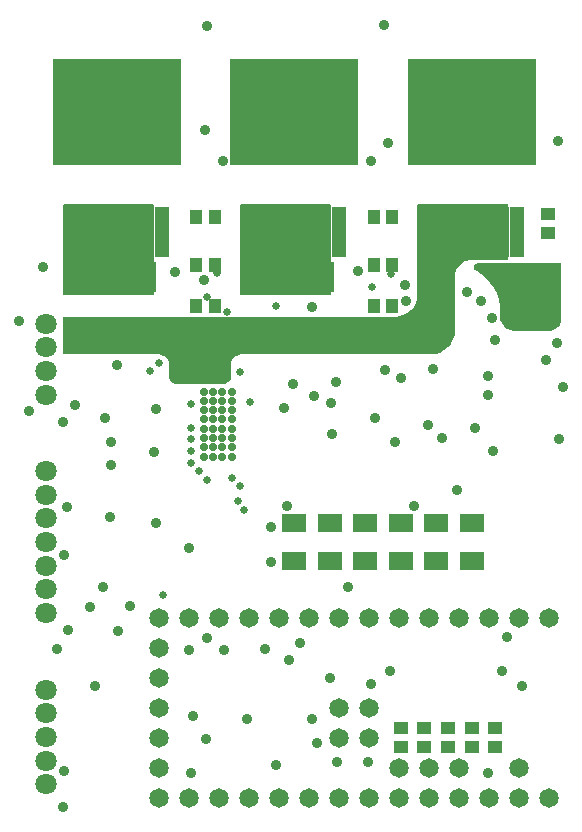
<source format=gbs>
G04 Layer_Color=16711935*
%FSAX44Y44*%
%MOMM*%
G71*
G01*
G75*
%ADD46R,1.1032X1.2032*%
%ADD49R,1.2032X1.1032*%
%ADD50R,2.1032X1.5532*%
%ADD61R,10.8032X9.0032*%
%ADD62R,1.1516X4.2516*%
%ADD63C,1.8034*%
%ADD64C,1.6510*%
%ADD65C,0.9144*%
%ADD66C,0.6604*%
%ADD67C,0.7112*%
%ADD68R,7.5832X2.6432*%
G36*
X00725133Y01006010D02*
X00725264Y01005984D01*
X00725390Y01005941D01*
X00725509Y01005882D01*
X00725620Y01005808D01*
X00725720Y01005720D01*
X00725808Y01005620D01*
X00725882Y01005509D01*
X00725941Y01005390D01*
X00725984Y01005264D01*
X00726010Y01005133D01*
X00726018Y01005000D01*
Y00930000D01*
X00726010Y00929867D01*
X00725984Y00929736D01*
X00725941Y00929610D01*
X00725882Y00929491D01*
X00725808Y00929380D01*
X00725720Y00929280D01*
X00725620Y00929192D01*
X00725509Y00929118D01*
X00725390Y00929059D01*
X00725264Y00929016D01*
X00725133Y00928990D01*
X00725000Y00928982D01*
X00650000D01*
X00649867Y00928990D01*
X00649736Y00929016D01*
X00649610Y00929059D01*
X00649491Y00929118D01*
X00649380Y00929192D01*
X00649280Y00929280D01*
X00649192Y00929380D01*
X00649118Y00929491D01*
X00649059Y00929610D01*
X00649016Y00929736D01*
X00648990Y00929867D01*
X00648982Y00930000D01*
Y01005000D01*
X00648990Y01005133D01*
X00649016Y01005264D01*
X00649059Y01005390D01*
X00649118Y01005509D01*
X00649192Y01005620D01*
X00649280Y01005720D01*
X00649380Y01005808D01*
X00649491Y01005882D01*
X00649610Y01005941D01*
X00649736Y01005984D01*
X00649867Y01006010D01*
X00650000Y01006018D01*
X00725000D01*
X00725133Y01006010D01*
D02*
G37*
G36*
X01070133Y00956010D02*
X01070264Y00955984D01*
X01070390Y00955941D01*
X01070509Y00955882D01*
X01070620Y00955808D01*
X01070720Y00955720D01*
X01070808Y00955620D01*
X01070882Y00955509D01*
X01070941Y00955390D01*
X01070984Y00955264D01*
X01071010Y00955133D01*
X01071018Y00955000D01*
X01071018Y00909344D01*
Y00908731D01*
X01071009Y00908598D01*
X01070769Y00906772D01*
X01070743Y00906641D01*
X01070700Y00906515D01*
X01069759Y00904242D01*
X01069700Y00904122D01*
X01069626Y00904012D01*
X01068128Y00902060D01*
X01068040Y00901960D01*
X01067940Y00901872D01*
X01065988Y00900374D01*
X01065878Y00900300D01*
X01065758Y00900241D01*
X01063485Y00899300D01*
X01063359Y00899257D01*
X01063228Y00899231D01*
X01061401Y00898990D01*
X01061401Y00898990D01*
X01061311Y00898985D01*
X01061268Y00898982D01*
X01061268D01*
X01061268D01*
X01060655Y00898982D01*
X01031149D01*
X01031016Y00898990D01*
X01028684Y00899298D01*
X01028553Y00899324D01*
X01028427Y00899366D01*
X01025525Y00900569D01*
X01025405Y00900628D01*
X01025294Y00900702D01*
X01022802Y00902614D01*
X01022702Y00902702D01*
X01022614Y00902802D01*
X01020702Y00905294D01*
X01020628Y00905405D01*
X01020569Y00905525D01*
X01019366Y00908427D01*
X01019324Y00908553D01*
X01019298Y00908684D01*
X01018990Y00911016D01*
X01018982Y00911149D01*
Y00911931D01*
X01018982Y00911931D01*
X01018984Y00911969D01*
X01018985Y00912007D01*
X01019138Y00914072D01*
X01018833Y00920327D01*
X01017797Y00925537D01*
X01016086Y00930576D01*
X01013733Y00935349D01*
X01010776Y00939773D01*
X01007268Y00943774D01*
X01003268Y00947282D01*
X00999732Y00949637D01*
X00998503Y00950333D01*
X00998502Y00950333D01*
X00998208Y00950499D01*
X00998204Y00950502D01*
X00998199Y00950505D01*
X00998147Y00950540D01*
X00998097Y00950573D01*
X00998093Y00950576D01*
X00998088Y00950579D01*
X00998042Y00950620D01*
X00997996Y00950660D01*
X00997992Y00950664D01*
X00997988Y00950667D01*
X00997949Y00950712D01*
X00997907Y00950759D01*
X00997904Y00950764D01*
X00997900Y00950768D01*
X00997286Y00951571D01*
X00997269Y00951598D01*
X00997249Y00951624D01*
X00997232Y00951654D01*
X00997213Y00951682D01*
X00997198Y00951711D01*
X00997182Y00951739D01*
X00997169Y00951771D01*
X00997154Y00951802D01*
X00997144Y00951832D01*
X00997131Y00951862D01*
X00997122Y00951895D01*
X00997112Y00951928D01*
X00997105Y00951960D01*
X00997097Y00951991D01*
X00996940Y00952779D01*
X00996940Y00952780D01*
X00996923Y00952912D01*
Y00953045D01*
Y00953045D01*
X00996940Y00953177D01*
X00997097Y00953966D01*
X00997131Y00954094D01*
X00997182Y00954217D01*
X00997249Y00954333D01*
X00997696Y00955002D01*
X00997726Y00955041D01*
X00997755Y00955082D01*
X00997767Y00955094D01*
X00997777Y00955107D01*
X00997812Y00955143D01*
X00997846Y00955179D01*
X00997859Y00955189D01*
X00997871Y00955201D01*
X00997911Y00955232D01*
X00997949Y00955263D01*
X00997963Y00955272D01*
X00997977Y00955282D01*
X00998020Y00955307D01*
X00998062Y00955334D01*
X00999118Y00955898D01*
X00999164Y00955919D01*
X00999208Y00955941D01*
X00999224Y00955946D01*
X00999239Y00955953D01*
X00999287Y00955967D01*
X00999334Y00955983D01*
X00999351Y00955987D01*
X00999367Y00955992D01*
X00999416Y00956000D01*
X00999465Y00956009D01*
X00999482Y00956011D01*
X00999498Y00956013D01*
X00999548Y00956015D01*
X00999598Y00956018D01*
X01000000D01*
X01000000Y00956018D01*
X01070000Y00956018D01*
X01070133Y00956010D01*
D02*
G37*
G36*
X01025133Y01006010D02*
X01025264Y01005984D01*
X01025390Y01005941D01*
X01025509Y01005882D01*
X01025620Y01005808D01*
X01025720Y01005720D01*
X01025808Y01005620D01*
X01025882Y01005509D01*
X01025941Y01005390D01*
X01025984Y01005264D01*
X01026010Y01005133D01*
X01026018Y01005000D01*
Y00960000D01*
X01026010Y00959867D01*
X01025984Y00959736D01*
X01025941Y00959610D01*
X01025882Y00959491D01*
X01025808Y00959380D01*
X01025720Y00959280D01*
X01025620Y00959192D01*
X01025509Y00959118D01*
X01025390Y00959059D01*
X01025264Y00959016D01*
X01025133Y00958990D01*
X01025000Y00958982D01*
X00995000Y00958982D01*
X00995000Y00958982D01*
X00993648Y00958982D01*
X00989601Y00957968D01*
X00987195Y00956682D01*
X00985066Y00954934D01*
X00983318Y00952805D01*
X00982032Y00950399D01*
X00981018Y00946352D01*
X00981018Y00945000D01*
Y00900000D01*
X00981018Y00900000D01*
Y00899017D01*
X00981015Y00898967D01*
X00981013Y00898918D01*
X00980724Y00895980D01*
X00980719Y00895947D01*
X00980715Y00895913D01*
X00980708Y00895881D01*
X00980702Y00895848D01*
X00980693Y00895816D01*
X00980685Y00895784D01*
X00979541Y00892014D01*
X00979530Y00891983D01*
X00979520Y00891951D01*
X00979506Y00891920D01*
X00979494Y00891889D01*
X00979479Y00891860D01*
X00979465Y00891829D01*
X00977608Y00888355D01*
X00977590Y00888326D01*
X00977574Y00888297D01*
X00977555Y00888270D01*
X00977538Y00888242D01*
X00977516Y00888216D01*
X00977497Y00888189D01*
X00974998Y00885144D01*
X00974975Y00885119D01*
X00974954Y00885093D01*
X00974929Y00885071D01*
X00974907Y00885046D01*
X00974881Y00885025D01*
X00974856Y00885002D01*
X00971811Y00882503D01*
X00971784Y00882484D01*
X00971758Y00882462D01*
X00971730Y00882445D01*
X00971703Y00882426D01*
X00971674Y00882410D01*
X00971645Y00882392D01*
X00968171Y00880535D01*
X00968140Y00880521D01*
X00968111Y00880506D01*
X00968080Y00880494D01*
X00968049Y00880480D01*
X00968018Y00880471D01*
X00967986Y00880459D01*
X00964216Y00879315D01*
X00964184Y00879307D01*
X00964152Y00879298D01*
X00964119Y00879292D01*
X00964087Y00879285D01*
X00964054Y00879282D01*
X00964020Y00879276D01*
X00961082Y00878987D01*
X00961032Y00878985D01*
X00960983Y00878982D01*
X00960000D01*
X00800000Y00878982D01*
X00799411D01*
X00797655Y00878751D01*
X00795470Y00877846D01*
X00793594Y00876406D01*
X00792154Y00874530D01*
X00791249Y00872345D01*
X00791018Y00870589D01*
Y00870000D01*
X00791018Y00860000D01*
X00791018Y00859999D01*
X00791018Y00859005D01*
X00791015Y00858955D01*
X00791013Y00858905D01*
X00791010Y00858889D01*
X00791009Y00858873D01*
X00791000Y00858824D01*
X00790992Y00858774D01*
X00790987Y00858758D01*
X00790983Y00858742D01*
X00790967Y00858694D01*
X00790953Y00858647D01*
X00790946Y00858632D01*
X00790941Y00858616D01*
X00790919Y00858571D01*
X00790898Y00858525D01*
X00789503Y00855915D01*
X00789485Y00855887D01*
X00789469Y00855857D01*
X00789450Y00855831D01*
X00789432Y00855802D01*
X00789411Y00855776D01*
X00789392Y00855749D01*
X00789369Y00855725D01*
X00789348Y00855699D01*
X00789323Y00855676D01*
X00789301Y00855652D01*
X00789275Y00855631D01*
X00789251Y00855608D01*
X00789223Y00855589D01*
X00789198Y00855567D01*
X00789169Y00855550D01*
X00789142Y00855530D01*
X00789113Y00855515D01*
X00789085Y00855497D01*
X00786475Y00854102D01*
X00786429Y00854081D01*
X00786384Y00854059D01*
X00786368Y00854054D01*
X00786353Y00854047D01*
X00786306Y00854033D01*
X00786258Y00854016D01*
X00786242Y00854013D01*
X00786226Y00854008D01*
X00786176Y00854000D01*
X00786127Y00853990D01*
X00786111Y00853989D01*
X00786094Y00853987D01*
X00786044Y00853985D01*
X00785994Y00853982D01*
X00785000Y00853982D01*
X00785000D01*
D01*
X00745000Y00853982D01*
X00744999Y00853982D01*
X00744508Y00853982D01*
X00744474Y00853984D01*
X00744441D01*
X00744408Y00853988D01*
X00744375Y00853991D01*
X00744342Y00853997D01*
X00744309Y00854001D01*
X00742850Y00854292D01*
X00742816Y00854301D01*
X00742722Y00854326D01*
X00742650Y00854356D01*
X00742599Y00854377D01*
X00742483Y00854444D01*
X00742483Y00854444D01*
X00740830Y00855548D01*
X00740829Y00855549D01*
X00740724Y00855630D01*
X00740630Y00855724D01*
X00740549Y00855830D01*
X00739444Y00857484D01*
X00739377Y00857599D01*
X00739326Y00857722D01*
X00739292Y00857850D01*
X00739001Y00859309D01*
X00738997Y00859342D01*
X00738990Y00859375D01*
X00738988Y00859408D01*
X00738984Y00859441D01*
Y00859474D01*
X00738982Y00859508D01*
Y00860000D01*
X00738982Y00870000D01*
Y00870589D01*
X00738751Y00872345D01*
X00737846Y00874530D01*
X00736406Y00876406D01*
X00734530Y00877846D01*
X00732345Y00878751D01*
X00730589Y00878982D01*
X00650000D01*
X00649867Y00878990D01*
X00649736Y00879016D01*
X00649610Y00879059D01*
X00649491Y00879118D01*
X00649380Y00879192D01*
X00649280Y00879280D01*
X00649192Y00879380D01*
X00649118Y00879491D01*
X00649059Y00879610D01*
X00649016Y00879736D01*
X00648990Y00879867D01*
X00648982Y00880000D01*
Y00910000D01*
X00648990Y00910133D01*
X00649016Y00910264D01*
X00649059Y00910390D01*
X00649118Y00910509D01*
X00649192Y00910620D01*
X00649280Y00910720D01*
X00649380Y00910808D01*
X00649491Y00910882D01*
X00649610Y00910941D01*
X00649736Y00910984D01*
X00649867Y00911010D01*
X00650000Y00911018D01*
X00930000D01*
D01*
X00930933Y00911018D01*
X00933721Y00911293D01*
X00937299Y00912378D01*
X00940597Y00914141D01*
X00943487Y00916513D01*
X00945859Y00919403D01*
X00947622Y00922701D01*
X00948707Y00926279D01*
X00948982Y00929067D01*
X00948982Y00930000D01*
D01*
Y00930000D01*
X00948982Y01005000D01*
X00948990Y01005133D01*
X00949016Y01005264D01*
X00949059Y01005390D01*
X00949118Y01005509D01*
X00949192Y01005620D01*
X00949280Y01005720D01*
X00949380Y01005808D01*
X00949491Y01005882D01*
X00949610Y01005941D01*
X00949736Y01005984D01*
X00949867Y01006010D01*
X00950000Y01006018D01*
X01025000D01*
X01025133Y01006010D01*
D02*
G37*
G36*
X00875133D02*
X00875264Y01005984D01*
X00875390Y01005941D01*
X00875509Y01005882D01*
X00875620Y01005808D01*
X00875720Y01005720D01*
X00875808Y01005620D01*
X00875882Y01005509D01*
X00875941Y01005390D01*
X00875984Y01005264D01*
X00876010Y01005133D01*
X00876018Y01005000D01*
Y00930000D01*
X00876010Y00929867D01*
X00875984Y00929736D01*
X00875941Y00929610D01*
X00875882Y00929491D01*
X00875808Y00929380D01*
X00875720Y00929280D01*
X00875620Y00929192D01*
X00875509Y00929118D01*
X00875390Y00929059D01*
X00875264Y00929016D01*
X00875133Y00928990D01*
X00875000Y00928982D01*
X00800000D01*
X00799867Y00928990D01*
X00799736Y00929016D01*
X00799610Y00929059D01*
X00799491Y00929118D01*
X00799380Y00929192D01*
X00799280Y00929280D01*
X00799192Y00929380D01*
X00799118Y00929491D01*
X00799059Y00929610D01*
X00799016Y00929736D01*
X00798990Y00929867D01*
X00798982Y00930000D01*
Y01005000D01*
X00798990Y01005133D01*
X00799016Y01005264D01*
X00799059Y01005390D01*
X00799118Y01005509D01*
X00799192Y01005620D01*
X00799280Y01005720D01*
X00799380Y01005808D01*
X00799491Y01005882D01*
X00799610Y01005941D01*
X00799736Y01005984D01*
X00799867Y01006010D01*
X00800000Y01006018D01*
X00875000D01*
X00875133Y01006010D01*
D02*
G37*
D46*
X00762000Y00955000D02*
D03*
X00778000D02*
D03*
X00762000Y00920000D02*
D03*
X00778000D02*
D03*
X00912000Y00955000D02*
D03*
X00928000D02*
D03*
X00912000Y00920000D02*
D03*
X00928000D02*
D03*
X00778000Y00995000D02*
D03*
X00762000D02*
D03*
X00928000D02*
D03*
X00912000D02*
D03*
D49*
X00935000Y00547000D02*
D03*
Y00563000D02*
D03*
X00955000Y00547000D02*
D03*
Y00563000D02*
D03*
X00975000Y00547000D02*
D03*
Y00563000D02*
D03*
X00995000Y00547000D02*
D03*
Y00563000D02*
D03*
X01015000Y00547000D02*
D03*
Y00563000D02*
D03*
X01060000Y00982000D02*
D03*
Y00998000D02*
D03*
D50*
X00845000Y00704000D02*
D03*
Y00736000D02*
D03*
X00875000Y00704000D02*
D03*
Y00736000D02*
D03*
X00905000Y00704000D02*
D03*
Y00736000D02*
D03*
X00935000Y00704000D02*
D03*
Y00736000D02*
D03*
X00965000Y00704000D02*
D03*
Y00736000D02*
D03*
X00995000Y00704000D02*
D03*
Y00736000D02*
D03*
D61*
X00695000Y01084500D02*
D03*
X00845000D02*
D03*
X00995000D02*
D03*
D62*
X00656900Y00982500D02*
D03*
X00669600D02*
D03*
X00682300D02*
D03*
X00707700D02*
D03*
X00720400D02*
D03*
X00733100D02*
D03*
X00806900D02*
D03*
X00819600D02*
D03*
X00832300D02*
D03*
X00857700D02*
D03*
X00870400D02*
D03*
X00883100D02*
D03*
X00956900D02*
D03*
X00969600D02*
D03*
X00982300D02*
D03*
X01007700D02*
D03*
X01020400D02*
D03*
X01033100D02*
D03*
D63*
X00635000Y00555000D02*
D03*
Y00515000D02*
D03*
Y00595132D02*
D03*
Y00575066D02*
D03*
Y00535000D02*
D03*
Y00760000D02*
D03*
Y00740132D02*
D03*
Y00720066D02*
D03*
Y00780000D02*
D03*
Y00700000D02*
D03*
Y00680000D02*
D03*
Y00660000D02*
D03*
Y00845000D02*
D03*
Y00865000D02*
D03*
Y00885000D02*
D03*
Y00905066D02*
D03*
D64*
X01060100Y00656200D02*
D03*
X01034700D02*
D03*
X01009300D02*
D03*
X00983900D02*
D03*
X00958500D02*
D03*
X00933100D02*
D03*
X00907700D02*
D03*
X00882300D02*
D03*
X00856900D02*
D03*
X00831500D02*
D03*
X00806100D02*
D03*
X00780700D02*
D03*
X00755300D02*
D03*
X00729900D02*
D03*
Y00630800D02*
D03*
Y00605400D02*
D03*
Y00580000D02*
D03*
Y00503800D02*
D03*
X00755300D02*
D03*
X00780700D02*
D03*
X00806100D02*
D03*
X00831500D02*
D03*
X00856900D02*
D03*
X00882300D02*
D03*
X00907700D02*
D03*
X00933100D02*
D03*
X00958500D02*
D03*
X00983900D02*
D03*
X01009300D02*
D03*
X01034700D02*
D03*
Y00529200D02*
D03*
X00983900D02*
D03*
X00958500D02*
D03*
X00933100D02*
D03*
X00882300Y00554600D02*
D03*
X00907700D02*
D03*
X00882300Y00580000D02*
D03*
X00907700D02*
D03*
X00729900Y00529200D02*
D03*
X01060100Y00503800D02*
D03*
X00729900Y00554600D02*
D03*
D65*
X00695999Y00644999D02*
D03*
X00860000Y00919000D02*
D03*
X00909398Y01042398D02*
D03*
X00835000Y00897000D02*
D03*
X00843998Y00853998D02*
D03*
X00765000Y00866000D02*
D03*
X00744000Y00949000D02*
D03*
X00767999Y00941998D02*
D03*
X00769000Y01069000D02*
D03*
X00784650Y01042349D02*
D03*
X00930000Y00805000D02*
D03*
X00913427Y00825570D02*
D03*
X01008998Y00860998D02*
D03*
X00805000Y00570000D02*
D03*
X00926000Y00611000D02*
D03*
X00890000Y00682160D02*
D03*
X01025000Y00640000D02*
D03*
X00909998Y00599999D02*
D03*
X00850000Y00635000D02*
D03*
X00955000Y01115000D02*
D03*
Y01100000D02*
D03*
X00970000Y01115000D02*
D03*
Y01100000D02*
D03*
X00985000D02*
D03*
Y01115000D02*
D03*
X01000000Y01100000D02*
D03*
Y01115000D02*
D03*
X01015000D02*
D03*
Y01100000D02*
D03*
X00805000Y01115000D02*
D03*
Y01100000D02*
D03*
X00820000Y01115000D02*
D03*
Y01100000D02*
D03*
X00835000D02*
D03*
Y01115000D02*
D03*
X00850000Y01100000D02*
D03*
Y01115000D02*
D03*
X00865000D02*
D03*
Y01100000D02*
D03*
X00715000D02*
D03*
Y01115000D02*
D03*
X00700000D02*
D03*
Y01100000D02*
D03*
X00685000Y01115000D02*
D03*
Y01100000D02*
D03*
X00670000D02*
D03*
Y01115000D02*
D03*
X00655000Y01100000D02*
D03*
Y01115000D02*
D03*
X01045000Y00945000D02*
D03*
X01060000D02*
D03*
Y00930000D02*
D03*
X01030000D02*
D03*
Y00945000D02*
D03*
X01045000Y00930000D02*
D03*
X00689999Y00784998D02*
D03*
X00685000Y00825000D02*
D03*
X00689999Y00804998D02*
D03*
X00658902Y00836098D02*
D03*
X00935000Y00859000D02*
D03*
X00835900Y00833409D02*
D03*
X00880000Y00856000D02*
D03*
X00705999Y00665999D02*
D03*
X00875998Y00837998D02*
D03*
X00962000Y00867000D02*
D03*
X00923998Y01057998D02*
D03*
X00861905Y00843905D02*
D03*
X00969998Y00807998D02*
D03*
X00998000Y00817000D02*
D03*
X01013000Y00797000D02*
D03*
X01067000Y00889000D02*
D03*
X01009000Y00845000D02*
D03*
X01072000Y00851000D02*
D03*
X01057998Y00873998D02*
D03*
X00727460Y00736540D02*
D03*
X00689000Y00741000D02*
D03*
X00860000Y00570000D02*
D03*
X00829000Y00531000D02*
D03*
X00881000Y00534000D02*
D03*
X00863998Y00549999D02*
D03*
X00907235Y00533517D02*
D03*
X00682650Y00681731D02*
D03*
X00649999Y00708999D02*
D03*
X00651999Y00749998D02*
D03*
X00649999Y00525999D02*
D03*
X00649000Y00496000D02*
D03*
X00643999Y00629999D02*
D03*
X00676000Y00598000D02*
D03*
X00671999Y00664999D02*
D03*
X00839000Y00751000D02*
D03*
X00620315Y00831400D02*
D03*
X00737000Y00905000D02*
D03*
X00632000Y00953000D02*
D03*
X01068000Y01060000D02*
D03*
X00612000Y00907000D02*
D03*
X00771000Y01157000D02*
D03*
X00921000Y01158000D02*
D03*
X01069000Y00807000D02*
D03*
X00946000Y00751000D02*
D03*
X00983000Y00764000D02*
D03*
X00958000Y00819000D02*
D03*
X00921998Y00865998D02*
D03*
X00921000Y00895000D02*
D03*
X00825000Y00703000D02*
D03*
X00875000Y00605000D02*
D03*
X00820000Y00630000D02*
D03*
X00840000Y00620000D02*
D03*
X01009000Y00525000D02*
D03*
X01038000Y00598000D02*
D03*
X01021000Y00611000D02*
D03*
X00939000Y00938000D02*
D03*
X00899000Y00950000D02*
D03*
X00939850Y00923987D02*
D03*
X01002804Y00924430D02*
D03*
X01014998Y00890998D02*
D03*
X01011998Y00909998D02*
D03*
X00876998Y00811998D02*
D03*
X00825000Y00733000D02*
D03*
X00755999Y00714999D02*
D03*
X00759000Y00573000D02*
D03*
X00769998Y00552999D02*
D03*
X00755999Y00628999D02*
D03*
X00785000Y00629000D02*
D03*
X00770999Y00638999D02*
D03*
X00757000Y00525000D02*
D03*
X00990998Y00931998D02*
D03*
X00695000Y00870000D02*
D03*
X00652999Y00645999D02*
D03*
X00726447Y00796447D02*
D03*
X00649000Y00822000D02*
D03*
X00676000Y00904000D02*
D03*
X00721000Y00885000D02*
D03*
X00727999Y00832999D02*
D03*
D66*
X00771004Y00927298D02*
D03*
X00778998Y00947998D02*
D03*
X00791998Y00773998D02*
D03*
X00798998Y00767999D02*
D03*
X00757000Y00807000D02*
D03*
Y00817000D02*
D03*
X00927000Y00947000D02*
D03*
X00911000Y00936000D02*
D03*
X00828998Y00919998D02*
D03*
X00757000Y00787000D02*
D03*
X00802000Y00747000D02*
D03*
X00796998Y00754998D02*
D03*
X00806998Y00838998D02*
D03*
X00757000Y00837000D02*
D03*
X00771000Y00773000D02*
D03*
X00764000Y00780000D02*
D03*
X00757000Y00797000D02*
D03*
X00734000Y00675000D02*
D03*
X00787998Y00914998D02*
D03*
X00798998Y00863998D02*
D03*
X00723000Y00864834D02*
D03*
X00730000Y00872000D02*
D03*
D67*
X00791811Y00847559D02*
D03*
Y00792441D02*
D03*
X00783937D02*
D03*
X00776063D02*
D03*
X00768189D02*
D03*
Y00800315D02*
D03*
X00776063D02*
D03*
X00783937D02*
D03*
X00791811D02*
D03*
Y00808189D02*
D03*
X00783937D02*
D03*
X00776063D02*
D03*
X00768189D02*
D03*
X00791811Y00816063D02*
D03*
X00783937D02*
D03*
X00776063D02*
D03*
X00768189D02*
D03*
X00791811Y00823937D02*
D03*
X00783937D02*
D03*
X00776063D02*
D03*
X00768189D02*
D03*
X00791811Y00831811D02*
D03*
X00783937D02*
D03*
X00776063D02*
D03*
X00768189D02*
D03*
X00791811Y00839685D02*
D03*
X00783937D02*
D03*
X00776063D02*
D03*
X00768189D02*
D03*
X00783937Y00847559D02*
D03*
X00768189D02*
D03*
X00776063D02*
D03*
D68*
X00690000Y00944800D02*
D03*
Y00895200D02*
D03*
X00840000Y00944800D02*
D03*
Y00895200D02*
D03*
M02*

</source>
